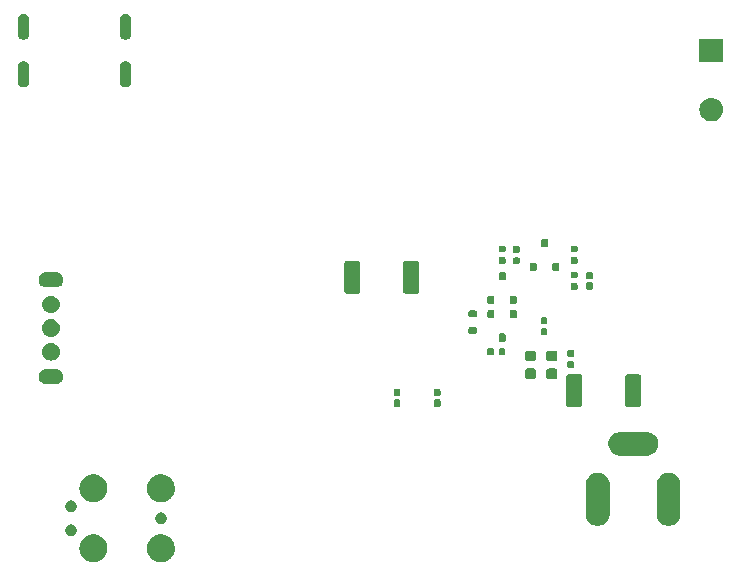
<source format=gbr>
%TF.GenerationSoftware,KiCad,Pcbnew,8.0.6+1*%
%TF.CreationDate,2024-11-21T12:35:33-05:00*%
%TF.ProjectId,powerSupplyBoard,706f7765-7253-4757-9070-6c79426f6172,01*%
%TF.SameCoordinates,Original*%
%TF.FileFunction,Soldermask,Bot*%
%TF.FilePolarity,Negative*%
%FSLAX46Y46*%
G04 Gerber Fmt 4.6, Leading zero omitted, Abs format (unit mm)*
G04 Created by KiCad (PCBNEW 8.0.6+1) date 2024-11-21 12:35:33*
%MOMM*%
%LPD*%
G01*
G04 APERTURE LIST*
G04 APERTURE END LIST*
G36*
X117650676Y-128457615D02*
G01*
X117704564Y-128457615D01*
X117751971Y-128466477D01*
X117801166Y-128470781D01*
X117861550Y-128486961D01*
X117919961Y-128497880D01*
X117959578Y-128513227D01*
X118001064Y-128524344D01*
X118063866Y-128553629D01*
X118124292Y-128577038D01*
X118155481Y-128596349D01*
X118188630Y-128611807D01*
X118251166Y-128655595D01*
X118310598Y-128692394D01*
X118333377Y-128713160D01*
X118358154Y-128730509D01*
X118417421Y-128789776D01*
X118472536Y-128840020D01*
X118487559Y-128859914D01*
X118504490Y-128876845D01*
X118557301Y-128952267D01*
X118604590Y-129014888D01*
X118613062Y-129031902D01*
X118623191Y-129046368D01*
X118666319Y-129138856D01*
X118702264Y-129211044D01*
X118705838Y-129223606D01*
X118710656Y-129233938D01*
X118741021Y-129347264D01*
X118762231Y-129421807D01*
X118762884Y-129428854D01*
X118764218Y-129433833D01*
X118778960Y-129602343D01*
X118782450Y-129640000D01*
X118778960Y-129677659D01*
X118764218Y-129846166D01*
X118762884Y-129851143D01*
X118762231Y-129858193D01*
X118741015Y-129932757D01*
X118710655Y-130046064D01*
X118705838Y-130056393D01*
X118702264Y-130068956D01*
X118666319Y-130141143D01*
X118623192Y-130233630D01*
X118613063Y-130248095D01*
X118604590Y-130265112D01*
X118557293Y-130327742D01*
X118504490Y-130403154D01*
X118487563Y-130420080D01*
X118472536Y-130439980D01*
X118417410Y-130490233D01*
X118358154Y-130549490D01*
X118333382Y-130566835D01*
X118310598Y-130587606D01*
X118251153Y-130624412D01*
X118188630Y-130668192D01*
X118155487Y-130683646D01*
X118124292Y-130702962D01*
X118063853Y-130726375D01*
X118001064Y-130755655D01*
X117959587Y-130766768D01*
X117919961Y-130782120D01*
X117861537Y-130793041D01*
X117801166Y-130809218D01*
X117751981Y-130813521D01*
X117704564Y-130822385D01*
X117650665Y-130822385D01*
X117595000Y-130827255D01*
X117539335Y-130822385D01*
X117485436Y-130822385D01*
X117438018Y-130813521D01*
X117388833Y-130809218D01*
X117328458Y-130793040D01*
X117270039Y-130782120D01*
X117230415Y-130766769D01*
X117188935Y-130755655D01*
X117126140Y-130726373D01*
X117065708Y-130702962D01*
X117034515Y-130683648D01*
X117001369Y-130668192D01*
X116938837Y-130624407D01*
X116879402Y-130587606D01*
X116856620Y-130566838D01*
X116831845Y-130549490D01*
X116772578Y-130490223D01*
X116717464Y-130439980D01*
X116702440Y-130420085D01*
X116685509Y-130403154D01*
X116632692Y-130327724D01*
X116585410Y-130265112D01*
X116576939Y-130248100D01*
X116566807Y-130233630D01*
X116523665Y-130141111D01*
X116487736Y-130068956D01*
X116484163Y-130056398D01*
X116479344Y-130046064D01*
X116448967Y-129932696D01*
X116427769Y-129858193D01*
X116427116Y-129851149D01*
X116425781Y-129846166D01*
X116411021Y-129677466D01*
X116407550Y-129640000D01*
X116411021Y-129602536D01*
X116425781Y-129433833D01*
X116427116Y-129428849D01*
X116427769Y-129421807D01*
X116448960Y-129347324D01*
X116479343Y-129233938D01*
X116484163Y-129223600D01*
X116487736Y-129211044D01*
X116523665Y-129138888D01*
X116566808Y-129046368D01*
X116576940Y-129031897D01*
X116585410Y-129014888D01*
X116632684Y-128952286D01*
X116685509Y-128876845D01*
X116702443Y-128859910D01*
X116717464Y-128840020D01*
X116772567Y-128789786D01*
X116831845Y-128730509D01*
X116856625Y-128713157D01*
X116879402Y-128692394D01*
X116938827Y-128655599D01*
X117001368Y-128611808D01*
X117034518Y-128596349D01*
X117065708Y-128577038D01*
X117126133Y-128553629D01*
X117188938Y-128524343D01*
X117230424Y-128513226D01*
X117270039Y-128497880D01*
X117328445Y-128486961D01*
X117388833Y-128470781D01*
X117438029Y-128466476D01*
X117485436Y-128457615D01*
X117539323Y-128457615D01*
X117595000Y-128452744D01*
X117650676Y-128457615D01*
G37*
G36*
X123365676Y-128457615D02*
G01*
X123419564Y-128457615D01*
X123466971Y-128466477D01*
X123516166Y-128470781D01*
X123576550Y-128486961D01*
X123634961Y-128497880D01*
X123674578Y-128513227D01*
X123716064Y-128524344D01*
X123778866Y-128553629D01*
X123839292Y-128577038D01*
X123870481Y-128596349D01*
X123903630Y-128611807D01*
X123966166Y-128655595D01*
X124025598Y-128692394D01*
X124048377Y-128713160D01*
X124073154Y-128730509D01*
X124132421Y-128789776D01*
X124187536Y-128840020D01*
X124202559Y-128859914D01*
X124219490Y-128876845D01*
X124272301Y-128952267D01*
X124319590Y-129014888D01*
X124328062Y-129031902D01*
X124338191Y-129046368D01*
X124381319Y-129138856D01*
X124417264Y-129211044D01*
X124420838Y-129223606D01*
X124425656Y-129233938D01*
X124456021Y-129347264D01*
X124477231Y-129421807D01*
X124477884Y-129428854D01*
X124479218Y-129433833D01*
X124493960Y-129602343D01*
X124497450Y-129640000D01*
X124493960Y-129677659D01*
X124479218Y-129846166D01*
X124477884Y-129851143D01*
X124477231Y-129858193D01*
X124456015Y-129932757D01*
X124425655Y-130046064D01*
X124420838Y-130056393D01*
X124417264Y-130068956D01*
X124381319Y-130141143D01*
X124338192Y-130233630D01*
X124328063Y-130248095D01*
X124319590Y-130265112D01*
X124272293Y-130327742D01*
X124219490Y-130403154D01*
X124202563Y-130420080D01*
X124187536Y-130439980D01*
X124132410Y-130490233D01*
X124073154Y-130549490D01*
X124048382Y-130566835D01*
X124025598Y-130587606D01*
X123966153Y-130624412D01*
X123903630Y-130668192D01*
X123870487Y-130683646D01*
X123839292Y-130702962D01*
X123778853Y-130726375D01*
X123716064Y-130755655D01*
X123674587Y-130766768D01*
X123634961Y-130782120D01*
X123576537Y-130793041D01*
X123516166Y-130809218D01*
X123466981Y-130813521D01*
X123419564Y-130822385D01*
X123365665Y-130822385D01*
X123310000Y-130827255D01*
X123254335Y-130822385D01*
X123200436Y-130822385D01*
X123153018Y-130813521D01*
X123103833Y-130809218D01*
X123043458Y-130793040D01*
X122985039Y-130782120D01*
X122945415Y-130766769D01*
X122903935Y-130755655D01*
X122841140Y-130726373D01*
X122780708Y-130702962D01*
X122749515Y-130683648D01*
X122716369Y-130668192D01*
X122653837Y-130624407D01*
X122594402Y-130587606D01*
X122571620Y-130566838D01*
X122546845Y-130549490D01*
X122487578Y-130490223D01*
X122432464Y-130439980D01*
X122417440Y-130420085D01*
X122400509Y-130403154D01*
X122347692Y-130327724D01*
X122300410Y-130265112D01*
X122291939Y-130248100D01*
X122281807Y-130233630D01*
X122238665Y-130141111D01*
X122202736Y-130068956D01*
X122199163Y-130056398D01*
X122194344Y-130046064D01*
X122163967Y-129932696D01*
X122142769Y-129858193D01*
X122142116Y-129851149D01*
X122140781Y-129846166D01*
X122126021Y-129677466D01*
X122122550Y-129640000D01*
X122126021Y-129602536D01*
X122140781Y-129433833D01*
X122142116Y-129428849D01*
X122142769Y-129421807D01*
X122163960Y-129347324D01*
X122194343Y-129233938D01*
X122199163Y-129223600D01*
X122202736Y-129211044D01*
X122238665Y-129138888D01*
X122281808Y-129046368D01*
X122291940Y-129031897D01*
X122300410Y-129014888D01*
X122347684Y-128952286D01*
X122400509Y-128876845D01*
X122417443Y-128859910D01*
X122432464Y-128840020D01*
X122487567Y-128789786D01*
X122546845Y-128730509D01*
X122571625Y-128713157D01*
X122594402Y-128692394D01*
X122653827Y-128655599D01*
X122716368Y-128611808D01*
X122749518Y-128596349D01*
X122780708Y-128577038D01*
X122841133Y-128553629D01*
X122903938Y-128524343D01*
X122945424Y-128513226D01*
X122985039Y-128497880D01*
X123043445Y-128486961D01*
X123103833Y-128470781D01*
X123153029Y-128466476D01*
X123200436Y-128457615D01*
X123254323Y-128457615D01*
X123310000Y-128452744D01*
X123365676Y-128457615D01*
G37*
G36*
X115724969Y-127625741D02*
G01*
X115760489Y-127625741D01*
X115789362Y-127634219D01*
X115818079Y-127638000D01*
X115856653Y-127653977D01*
X115895755Y-127665459D01*
X115916392Y-127678721D01*
X115937431Y-127687436D01*
X115975978Y-127717015D01*
X116014353Y-127741677D01*
X116026726Y-127755956D01*
X116039919Y-127766080D01*
X116074131Y-127810665D01*
X116106673Y-127848221D01*
X116112147Y-127860208D01*
X116118563Y-127868569D01*
X116143889Y-127929713D01*
X116165237Y-127976458D01*
X116166292Y-127983800D01*
X116167999Y-127987920D01*
X116180103Y-128079854D01*
X116185300Y-128116000D01*
X116180102Y-128152148D01*
X116167999Y-128244079D01*
X116166292Y-128248197D01*
X116165237Y-128255542D01*
X116143887Y-128302291D01*
X116118563Y-128363431D01*
X116112147Y-128371791D01*
X116106673Y-128383779D01*
X116074127Y-128421339D01*
X116039919Y-128465919D01*
X116026728Y-128476040D01*
X116014353Y-128490323D01*
X115975970Y-128514990D01*
X115937431Y-128544563D01*
X115916396Y-128553275D01*
X115895755Y-128566541D01*
X115856645Y-128578024D01*
X115818079Y-128593999D01*
X115789369Y-128597778D01*
X115760489Y-128606259D01*
X115724961Y-128606259D01*
X115690000Y-128610862D01*
X115655039Y-128606259D01*
X115619511Y-128606259D01*
X115590631Y-128597779D01*
X115561920Y-128593999D01*
X115523351Y-128578023D01*
X115484245Y-128566541D01*
X115463605Y-128553276D01*
X115442568Y-128544563D01*
X115404023Y-128514986D01*
X115365647Y-128490323D01*
X115353273Y-128476042D01*
X115340080Y-128465919D01*
X115305863Y-128421328D01*
X115273327Y-128383779D01*
X115267854Y-128371794D01*
X115261436Y-128363431D01*
X115236101Y-128302267D01*
X115214763Y-128255542D01*
X115213707Y-128248201D01*
X115212000Y-128244079D01*
X115199885Y-128152066D01*
X115194700Y-128116000D01*
X115199885Y-128079936D01*
X115212000Y-127987920D01*
X115213707Y-127983796D01*
X115214763Y-127976458D01*
X115236099Y-127929737D01*
X115261436Y-127868569D01*
X115267854Y-127860204D01*
X115273327Y-127848221D01*
X115305860Y-127810675D01*
X115340080Y-127766080D01*
X115353275Y-127755954D01*
X115365647Y-127741677D01*
X115404019Y-127717016D01*
X115442569Y-127687436D01*
X115463608Y-127678721D01*
X115484245Y-127665459D01*
X115523344Y-127653978D01*
X115561920Y-127638000D01*
X115590637Y-127634219D01*
X115619511Y-127625741D01*
X115655031Y-127625741D01*
X115690000Y-127621137D01*
X115724969Y-127625741D01*
G37*
G36*
X160590285Y-123293060D02*
G01*
X160771397Y-123368079D01*
X160934393Y-123476990D01*
X161073010Y-123615607D01*
X161181921Y-123778603D01*
X161256940Y-123959715D01*
X161295185Y-124151983D01*
X161300000Y-124250000D01*
X161300000Y-126750000D01*
X161295185Y-126848017D01*
X161256940Y-127040285D01*
X161181921Y-127221397D01*
X161073010Y-127384393D01*
X160934393Y-127523010D01*
X160771397Y-127631921D01*
X160590285Y-127706940D01*
X160398017Y-127745185D01*
X160201983Y-127745185D01*
X160009715Y-127706940D01*
X159828603Y-127631921D01*
X159665607Y-127523010D01*
X159526990Y-127384393D01*
X159418079Y-127221397D01*
X159343060Y-127040285D01*
X159304815Y-126848017D01*
X159300000Y-126750000D01*
X159300000Y-124250000D01*
X159304815Y-124151983D01*
X159343060Y-123959715D01*
X159418079Y-123778603D01*
X159526990Y-123615607D01*
X159665607Y-123476990D01*
X159828603Y-123368079D01*
X160009715Y-123293060D01*
X160201983Y-123254815D01*
X160398017Y-123254815D01*
X160590285Y-123293060D01*
G37*
G36*
X166590285Y-123293060D02*
G01*
X166771397Y-123368079D01*
X166934393Y-123476990D01*
X167073010Y-123615607D01*
X167181921Y-123778603D01*
X167256940Y-123959715D01*
X167295185Y-124151983D01*
X167300000Y-124250000D01*
X167300000Y-126750000D01*
X167295185Y-126848017D01*
X167256940Y-127040285D01*
X167181921Y-127221397D01*
X167073010Y-127384393D01*
X166934393Y-127523010D01*
X166771397Y-127631921D01*
X166590285Y-127706940D01*
X166398017Y-127745185D01*
X166201983Y-127745185D01*
X166009715Y-127706940D01*
X165828603Y-127631921D01*
X165665607Y-127523010D01*
X165526990Y-127384393D01*
X165418079Y-127221397D01*
X165343060Y-127040285D01*
X165304815Y-126848017D01*
X165300000Y-126750000D01*
X165300000Y-124250000D01*
X165304815Y-124151983D01*
X165343060Y-123959715D01*
X165418079Y-123778603D01*
X165526990Y-123615607D01*
X165665607Y-123476990D01*
X165828603Y-123368079D01*
X166009715Y-123293060D01*
X166201983Y-123254815D01*
X166398017Y-123254815D01*
X166590285Y-123293060D01*
G37*
G36*
X123344969Y-126609741D02*
G01*
X123380489Y-126609741D01*
X123409362Y-126618219D01*
X123438079Y-126622000D01*
X123476653Y-126637977D01*
X123515755Y-126649459D01*
X123536392Y-126662721D01*
X123557431Y-126671436D01*
X123595978Y-126701015D01*
X123634353Y-126725677D01*
X123646726Y-126739956D01*
X123659919Y-126750080D01*
X123694131Y-126794665D01*
X123726673Y-126832221D01*
X123732147Y-126844208D01*
X123738563Y-126852569D01*
X123763889Y-126913713D01*
X123785237Y-126960458D01*
X123786292Y-126967800D01*
X123787999Y-126971920D01*
X123800103Y-127063854D01*
X123805300Y-127100000D01*
X123800102Y-127136148D01*
X123787999Y-127228079D01*
X123786292Y-127232197D01*
X123785237Y-127239542D01*
X123763887Y-127286291D01*
X123738563Y-127347431D01*
X123732147Y-127355791D01*
X123726673Y-127367779D01*
X123694127Y-127405339D01*
X123659919Y-127449919D01*
X123646728Y-127460040D01*
X123634353Y-127474323D01*
X123595970Y-127498990D01*
X123557431Y-127528563D01*
X123536396Y-127537275D01*
X123515755Y-127550541D01*
X123476645Y-127562024D01*
X123438079Y-127577999D01*
X123409369Y-127581778D01*
X123380489Y-127590259D01*
X123344961Y-127590259D01*
X123310000Y-127594862D01*
X123275039Y-127590259D01*
X123239511Y-127590259D01*
X123210631Y-127581779D01*
X123181920Y-127577999D01*
X123143351Y-127562023D01*
X123104245Y-127550541D01*
X123083605Y-127537276D01*
X123062568Y-127528563D01*
X123024023Y-127498986D01*
X122985647Y-127474323D01*
X122973273Y-127460042D01*
X122960080Y-127449919D01*
X122925863Y-127405328D01*
X122893327Y-127367779D01*
X122887854Y-127355794D01*
X122881436Y-127347431D01*
X122856101Y-127286267D01*
X122834763Y-127239542D01*
X122833707Y-127232201D01*
X122832000Y-127228079D01*
X122819885Y-127136066D01*
X122814700Y-127100000D01*
X122819885Y-127063936D01*
X122832000Y-126971920D01*
X122833707Y-126967796D01*
X122834763Y-126960458D01*
X122856099Y-126913737D01*
X122881436Y-126852569D01*
X122887854Y-126844204D01*
X122893327Y-126832221D01*
X122925860Y-126794675D01*
X122960080Y-126750080D01*
X122973275Y-126739954D01*
X122985647Y-126725677D01*
X123024019Y-126701016D01*
X123062569Y-126671436D01*
X123083608Y-126662721D01*
X123104245Y-126649459D01*
X123143344Y-126637978D01*
X123181920Y-126622000D01*
X123210637Y-126618219D01*
X123239511Y-126609741D01*
X123275031Y-126609741D01*
X123310000Y-126605137D01*
X123344969Y-126609741D01*
G37*
G36*
X115724969Y-125593741D02*
G01*
X115760489Y-125593741D01*
X115789362Y-125602219D01*
X115818079Y-125606000D01*
X115856653Y-125621977D01*
X115895755Y-125633459D01*
X115916392Y-125646721D01*
X115937431Y-125655436D01*
X115975978Y-125685015D01*
X116014353Y-125709677D01*
X116026726Y-125723956D01*
X116039919Y-125734080D01*
X116074131Y-125778665D01*
X116106673Y-125816221D01*
X116112147Y-125828208D01*
X116118563Y-125836569D01*
X116143889Y-125897713D01*
X116165237Y-125944458D01*
X116166292Y-125951800D01*
X116167999Y-125955920D01*
X116180103Y-126047854D01*
X116185300Y-126084000D01*
X116180102Y-126120148D01*
X116167999Y-126212079D01*
X116166292Y-126216197D01*
X116165237Y-126223542D01*
X116143887Y-126270291D01*
X116118563Y-126331431D01*
X116112147Y-126339791D01*
X116106673Y-126351779D01*
X116074127Y-126389339D01*
X116039919Y-126433919D01*
X116026728Y-126444040D01*
X116014353Y-126458323D01*
X115975970Y-126482990D01*
X115937431Y-126512563D01*
X115916396Y-126521275D01*
X115895755Y-126534541D01*
X115856645Y-126546024D01*
X115818079Y-126561999D01*
X115789369Y-126565778D01*
X115760489Y-126574259D01*
X115724961Y-126574259D01*
X115690000Y-126578862D01*
X115655039Y-126574259D01*
X115619511Y-126574259D01*
X115590631Y-126565779D01*
X115561920Y-126561999D01*
X115523351Y-126546023D01*
X115484245Y-126534541D01*
X115463605Y-126521276D01*
X115442568Y-126512563D01*
X115404023Y-126482986D01*
X115365647Y-126458323D01*
X115353273Y-126444042D01*
X115340080Y-126433919D01*
X115305863Y-126389328D01*
X115273327Y-126351779D01*
X115267854Y-126339794D01*
X115261436Y-126331431D01*
X115236101Y-126270267D01*
X115214763Y-126223542D01*
X115213707Y-126216201D01*
X115212000Y-126212079D01*
X115199885Y-126120066D01*
X115194700Y-126084000D01*
X115199885Y-126047936D01*
X115212000Y-125955920D01*
X115213707Y-125951796D01*
X115214763Y-125944458D01*
X115236099Y-125897737D01*
X115261436Y-125836569D01*
X115267854Y-125828204D01*
X115273327Y-125816221D01*
X115305860Y-125778675D01*
X115340080Y-125734080D01*
X115353275Y-125723954D01*
X115365647Y-125709677D01*
X115404019Y-125685016D01*
X115442569Y-125655436D01*
X115463608Y-125646721D01*
X115484245Y-125633459D01*
X115523344Y-125621978D01*
X115561920Y-125606000D01*
X115590637Y-125602219D01*
X115619511Y-125593741D01*
X115655031Y-125593741D01*
X115690000Y-125589137D01*
X115724969Y-125593741D01*
G37*
G36*
X117650676Y-123377615D02*
G01*
X117704564Y-123377615D01*
X117751971Y-123386477D01*
X117801166Y-123390781D01*
X117861550Y-123406961D01*
X117919961Y-123417880D01*
X117959578Y-123433227D01*
X118001064Y-123444344D01*
X118063866Y-123473629D01*
X118124292Y-123497038D01*
X118155481Y-123516349D01*
X118188630Y-123531807D01*
X118251166Y-123575595D01*
X118310598Y-123612394D01*
X118333377Y-123633160D01*
X118358154Y-123650509D01*
X118417421Y-123709776D01*
X118472536Y-123760020D01*
X118487559Y-123779914D01*
X118504490Y-123796845D01*
X118557301Y-123872267D01*
X118604590Y-123934888D01*
X118613062Y-123951902D01*
X118623191Y-123966368D01*
X118666319Y-124058856D01*
X118702264Y-124131044D01*
X118705838Y-124143606D01*
X118710656Y-124153938D01*
X118741021Y-124267264D01*
X118762231Y-124341807D01*
X118762884Y-124348854D01*
X118764218Y-124353833D01*
X118778960Y-124522343D01*
X118782450Y-124560000D01*
X118778960Y-124597659D01*
X118764218Y-124766166D01*
X118762884Y-124771143D01*
X118762231Y-124778193D01*
X118741015Y-124852757D01*
X118710655Y-124966064D01*
X118705838Y-124976393D01*
X118702264Y-124988956D01*
X118666319Y-125061143D01*
X118623192Y-125153630D01*
X118613063Y-125168095D01*
X118604590Y-125185112D01*
X118557293Y-125247742D01*
X118504490Y-125323154D01*
X118487563Y-125340080D01*
X118472536Y-125359980D01*
X118417410Y-125410233D01*
X118358154Y-125469490D01*
X118333382Y-125486835D01*
X118310598Y-125507606D01*
X118251153Y-125544412D01*
X118188630Y-125588192D01*
X118155487Y-125603646D01*
X118124292Y-125622962D01*
X118063853Y-125646375D01*
X118001064Y-125675655D01*
X117959587Y-125686768D01*
X117919961Y-125702120D01*
X117861537Y-125713041D01*
X117801166Y-125729218D01*
X117751981Y-125733521D01*
X117704564Y-125742385D01*
X117650665Y-125742385D01*
X117595000Y-125747255D01*
X117539335Y-125742385D01*
X117485436Y-125742385D01*
X117438018Y-125733521D01*
X117388833Y-125729218D01*
X117328458Y-125713040D01*
X117270039Y-125702120D01*
X117230415Y-125686769D01*
X117188935Y-125675655D01*
X117126140Y-125646373D01*
X117065708Y-125622962D01*
X117034515Y-125603648D01*
X117001369Y-125588192D01*
X116938837Y-125544407D01*
X116879402Y-125507606D01*
X116856620Y-125486838D01*
X116831845Y-125469490D01*
X116772578Y-125410223D01*
X116717464Y-125359980D01*
X116702440Y-125340085D01*
X116685509Y-125323154D01*
X116632692Y-125247724D01*
X116585410Y-125185112D01*
X116576939Y-125168100D01*
X116566807Y-125153630D01*
X116523665Y-125061111D01*
X116487736Y-124988956D01*
X116484163Y-124976398D01*
X116479344Y-124966064D01*
X116448967Y-124852696D01*
X116427769Y-124778193D01*
X116427116Y-124771149D01*
X116425781Y-124766166D01*
X116411021Y-124597466D01*
X116407550Y-124560000D01*
X116411021Y-124522536D01*
X116425781Y-124353833D01*
X116427116Y-124348849D01*
X116427769Y-124341807D01*
X116448960Y-124267324D01*
X116479343Y-124153938D01*
X116484163Y-124143600D01*
X116487736Y-124131044D01*
X116523665Y-124058888D01*
X116566808Y-123966368D01*
X116576940Y-123951897D01*
X116585410Y-123934888D01*
X116632684Y-123872286D01*
X116685509Y-123796845D01*
X116702443Y-123779910D01*
X116717464Y-123760020D01*
X116772567Y-123709786D01*
X116831845Y-123650509D01*
X116856625Y-123633157D01*
X116879402Y-123612394D01*
X116938827Y-123575599D01*
X117001368Y-123531808D01*
X117034518Y-123516349D01*
X117065708Y-123497038D01*
X117126133Y-123473629D01*
X117188938Y-123444343D01*
X117230424Y-123433226D01*
X117270039Y-123417880D01*
X117328445Y-123406961D01*
X117388833Y-123390781D01*
X117438029Y-123386476D01*
X117485436Y-123377615D01*
X117539323Y-123377615D01*
X117595000Y-123372744D01*
X117650676Y-123377615D01*
G37*
G36*
X123365676Y-123377615D02*
G01*
X123419564Y-123377615D01*
X123466971Y-123386477D01*
X123516166Y-123390781D01*
X123576550Y-123406961D01*
X123634961Y-123417880D01*
X123674578Y-123433227D01*
X123716064Y-123444344D01*
X123778866Y-123473629D01*
X123839292Y-123497038D01*
X123870481Y-123516349D01*
X123903630Y-123531807D01*
X123966166Y-123575595D01*
X124025598Y-123612394D01*
X124048377Y-123633160D01*
X124073154Y-123650509D01*
X124132421Y-123709776D01*
X124187536Y-123760020D01*
X124202559Y-123779914D01*
X124219490Y-123796845D01*
X124272301Y-123872267D01*
X124319590Y-123934888D01*
X124328062Y-123951902D01*
X124338191Y-123966368D01*
X124381319Y-124058856D01*
X124417264Y-124131044D01*
X124420838Y-124143606D01*
X124425656Y-124153938D01*
X124456021Y-124267264D01*
X124477231Y-124341807D01*
X124477884Y-124348854D01*
X124479218Y-124353833D01*
X124493960Y-124522343D01*
X124497450Y-124560000D01*
X124493960Y-124597659D01*
X124479218Y-124766166D01*
X124477884Y-124771143D01*
X124477231Y-124778193D01*
X124456015Y-124852757D01*
X124425655Y-124966064D01*
X124420838Y-124976393D01*
X124417264Y-124988956D01*
X124381319Y-125061143D01*
X124338192Y-125153630D01*
X124328063Y-125168095D01*
X124319590Y-125185112D01*
X124272293Y-125247742D01*
X124219490Y-125323154D01*
X124202563Y-125340080D01*
X124187536Y-125359980D01*
X124132410Y-125410233D01*
X124073154Y-125469490D01*
X124048382Y-125486835D01*
X124025598Y-125507606D01*
X123966153Y-125544412D01*
X123903630Y-125588192D01*
X123870487Y-125603646D01*
X123839292Y-125622962D01*
X123778853Y-125646375D01*
X123716064Y-125675655D01*
X123674587Y-125686768D01*
X123634961Y-125702120D01*
X123576537Y-125713041D01*
X123516166Y-125729218D01*
X123466981Y-125733521D01*
X123419564Y-125742385D01*
X123365665Y-125742385D01*
X123310000Y-125747255D01*
X123254335Y-125742385D01*
X123200436Y-125742385D01*
X123153018Y-125733521D01*
X123103833Y-125729218D01*
X123043458Y-125713040D01*
X122985039Y-125702120D01*
X122945415Y-125686769D01*
X122903935Y-125675655D01*
X122841140Y-125646373D01*
X122780708Y-125622962D01*
X122749515Y-125603648D01*
X122716369Y-125588192D01*
X122653837Y-125544407D01*
X122594402Y-125507606D01*
X122571620Y-125486838D01*
X122546845Y-125469490D01*
X122487578Y-125410223D01*
X122432464Y-125359980D01*
X122417440Y-125340085D01*
X122400509Y-125323154D01*
X122347692Y-125247724D01*
X122300410Y-125185112D01*
X122291939Y-125168100D01*
X122281807Y-125153630D01*
X122238665Y-125061111D01*
X122202736Y-124988956D01*
X122199163Y-124976398D01*
X122194344Y-124966064D01*
X122163967Y-124852696D01*
X122142769Y-124778193D01*
X122142116Y-124771149D01*
X122140781Y-124766166D01*
X122126021Y-124597466D01*
X122122550Y-124560000D01*
X122126021Y-124522536D01*
X122140781Y-124353833D01*
X122142116Y-124348849D01*
X122142769Y-124341807D01*
X122163960Y-124267324D01*
X122194343Y-124153938D01*
X122199163Y-124143600D01*
X122202736Y-124131044D01*
X122238665Y-124058888D01*
X122281808Y-123966368D01*
X122291940Y-123951897D01*
X122300410Y-123934888D01*
X122347684Y-123872286D01*
X122400509Y-123796845D01*
X122417443Y-123779910D01*
X122432464Y-123760020D01*
X122487567Y-123709786D01*
X122546845Y-123650509D01*
X122571625Y-123633157D01*
X122594402Y-123612394D01*
X122653827Y-123575599D01*
X122716368Y-123531808D01*
X122749518Y-123516349D01*
X122780708Y-123497038D01*
X122841133Y-123473629D01*
X122903938Y-123444343D01*
X122945424Y-123433226D01*
X122985039Y-123417880D01*
X123043445Y-123406961D01*
X123103833Y-123390781D01*
X123153029Y-123386476D01*
X123200436Y-123377615D01*
X123254323Y-123377615D01*
X123310000Y-123372744D01*
X123365676Y-123377615D01*
G37*
G36*
X164523017Y-119804815D02*
G01*
X164715285Y-119843060D01*
X164896397Y-119918079D01*
X165059393Y-120026990D01*
X165198010Y-120165607D01*
X165306921Y-120328603D01*
X165381940Y-120509715D01*
X165420185Y-120701983D01*
X165420185Y-120898017D01*
X165381940Y-121090285D01*
X165306921Y-121271397D01*
X165198010Y-121434393D01*
X165059393Y-121573010D01*
X164896397Y-121681921D01*
X164715285Y-121756940D01*
X164523017Y-121795185D01*
X164425000Y-121800000D01*
X164423749Y-121800000D01*
X162176251Y-121800000D01*
X162175000Y-121800000D01*
X162076983Y-121795185D01*
X161884715Y-121756940D01*
X161703603Y-121681921D01*
X161540607Y-121573010D01*
X161401990Y-121434393D01*
X161293079Y-121271397D01*
X161218060Y-121090285D01*
X161179815Y-120898017D01*
X161179815Y-120701983D01*
X161218060Y-120509715D01*
X161293079Y-120328603D01*
X161401990Y-120165607D01*
X161540607Y-120026990D01*
X161703603Y-119918079D01*
X161884715Y-119843060D01*
X162076983Y-119804815D01*
X162175000Y-119800000D01*
X164425000Y-119800000D01*
X164523017Y-119804815D01*
G37*
G36*
X158745616Y-114897818D02*
G01*
X158796879Y-114903766D01*
X158814392Y-114911499D01*
X158837171Y-114916030D01*
X158861557Y-114932324D01*
X158882288Y-114941478D01*
X158896446Y-114955636D01*
X158918277Y-114970223D01*
X158932863Y-114992053D01*
X158947021Y-115006211D01*
X158956173Y-115026939D01*
X158972470Y-115051329D01*
X158977001Y-115074109D01*
X158984733Y-115091620D01*
X158990678Y-115142872D01*
X158991500Y-115147000D01*
X158991500Y-117453000D01*
X158990678Y-117457128D01*
X158984733Y-117508379D01*
X158977001Y-117525888D01*
X158972470Y-117548671D01*
X158956172Y-117573062D01*
X158947021Y-117593788D01*
X158932865Y-117607943D01*
X158918277Y-117629777D01*
X158896443Y-117644365D01*
X158882288Y-117658521D01*
X158861562Y-117667672D01*
X158837171Y-117683970D01*
X158814388Y-117688501D01*
X158796879Y-117696233D01*
X158745629Y-117702178D01*
X158741500Y-117703000D01*
X157876500Y-117703000D01*
X157872373Y-117702179D01*
X157821120Y-117696233D01*
X157803609Y-117688501D01*
X157780829Y-117683970D01*
X157756439Y-117667673D01*
X157735711Y-117658521D01*
X157721553Y-117644363D01*
X157699723Y-117629777D01*
X157685136Y-117607946D01*
X157670978Y-117593788D01*
X157661824Y-117573057D01*
X157645530Y-117548671D01*
X157640999Y-117525892D01*
X157633266Y-117508379D01*
X157627318Y-117457117D01*
X157626500Y-117453000D01*
X157626500Y-115147000D01*
X157627318Y-115142885D01*
X157633266Y-115091620D01*
X157640999Y-115074105D01*
X157645530Y-115051329D01*
X157661823Y-115026944D01*
X157670978Y-115006211D01*
X157685138Y-114992050D01*
X157699723Y-114970223D01*
X157721550Y-114955638D01*
X157735711Y-114941478D01*
X157756444Y-114932323D01*
X157780829Y-114916030D01*
X157803605Y-114911499D01*
X157821120Y-114903766D01*
X157872384Y-114897818D01*
X157876500Y-114897000D01*
X158741500Y-114897000D01*
X158745616Y-114897818D01*
G37*
G36*
X163727616Y-114897818D02*
G01*
X163778879Y-114903766D01*
X163796392Y-114911499D01*
X163819171Y-114916030D01*
X163843557Y-114932324D01*
X163864288Y-114941478D01*
X163878446Y-114955636D01*
X163900277Y-114970223D01*
X163914863Y-114992053D01*
X163929021Y-115006211D01*
X163938173Y-115026939D01*
X163954470Y-115051329D01*
X163959001Y-115074109D01*
X163966733Y-115091620D01*
X163972678Y-115142872D01*
X163973500Y-115147000D01*
X163973500Y-117453000D01*
X163972678Y-117457128D01*
X163966733Y-117508379D01*
X163959001Y-117525888D01*
X163954470Y-117548671D01*
X163938172Y-117573062D01*
X163929021Y-117593788D01*
X163914865Y-117607943D01*
X163900277Y-117629777D01*
X163878443Y-117644365D01*
X163864288Y-117658521D01*
X163843562Y-117667672D01*
X163819171Y-117683970D01*
X163796388Y-117688501D01*
X163778879Y-117696233D01*
X163727629Y-117702178D01*
X163723500Y-117703000D01*
X162858500Y-117703000D01*
X162854373Y-117702179D01*
X162803120Y-117696233D01*
X162785609Y-117688501D01*
X162762829Y-117683970D01*
X162738439Y-117667673D01*
X162717711Y-117658521D01*
X162703553Y-117644363D01*
X162681723Y-117629777D01*
X162667136Y-117607946D01*
X162652978Y-117593788D01*
X162643824Y-117573057D01*
X162627530Y-117548671D01*
X162622999Y-117525892D01*
X162615266Y-117508379D01*
X162609318Y-117457117D01*
X162608500Y-117453000D01*
X162608500Y-115147000D01*
X162609318Y-115142885D01*
X162615266Y-115091620D01*
X162622999Y-115074105D01*
X162627530Y-115051329D01*
X162643823Y-115026944D01*
X162652978Y-115006211D01*
X162667138Y-114992050D01*
X162681723Y-114970223D01*
X162703550Y-114955638D01*
X162717711Y-114941478D01*
X162738444Y-114932323D01*
X162762829Y-114916030D01*
X162785605Y-114911499D01*
X162803120Y-114903766D01*
X162854384Y-114897818D01*
X162858500Y-114897000D01*
X163723500Y-114897000D01*
X163727616Y-114897818D01*
G37*
G36*
X143500489Y-117035537D02*
G01*
X143547530Y-117066970D01*
X143578963Y-117114011D01*
X143590000Y-117169500D01*
X143590000Y-117504500D01*
X143578963Y-117559989D01*
X143547530Y-117607030D01*
X143500489Y-117638463D01*
X143445000Y-117649500D01*
X143155000Y-117649500D01*
X143099511Y-117638463D01*
X143052470Y-117607030D01*
X143021037Y-117559989D01*
X143010000Y-117504500D01*
X143010000Y-117169500D01*
X143021037Y-117114011D01*
X143052470Y-117066970D01*
X143099511Y-117035537D01*
X143155000Y-117024500D01*
X143445000Y-117024500D01*
X143500489Y-117035537D01*
G37*
G36*
X146900489Y-117035537D02*
G01*
X146947530Y-117066970D01*
X146978963Y-117114011D01*
X146990000Y-117169500D01*
X146990000Y-117504500D01*
X146978963Y-117559989D01*
X146947530Y-117607030D01*
X146900489Y-117638463D01*
X146845000Y-117649500D01*
X146555000Y-117649500D01*
X146499511Y-117638463D01*
X146452470Y-117607030D01*
X146421037Y-117559989D01*
X146410000Y-117504500D01*
X146410000Y-117169500D01*
X146421037Y-117114011D01*
X146452470Y-117066970D01*
X146499511Y-117035537D01*
X146555000Y-117024500D01*
X146845000Y-117024500D01*
X146900489Y-117035537D01*
G37*
G36*
X143500489Y-116161537D02*
G01*
X143547530Y-116192970D01*
X143578963Y-116240011D01*
X143590000Y-116295500D01*
X143590000Y-116630500D01*
X143578963Y-116685989D01*
X143547530Y-116733030D01*
X143500489Y-116764463D01*
X143445000Y-116775500D01*
X143155000Y-116775500D01*
X143099511Y-116764463D01*
X143052470Y-116733030D01*
X143021037Y-116685989D01*
X143010000Y-116630500D01*
X143010000Y-116295500D01*
X143021037Y-116240011D01*
X143052470Y-116192970D01*
X143099511Y-116161537D01*
X143155000Y-116150500D01*
X143445000Y-116150500D01*
X143500489Y-116161537D01*
G37*
G36*
X146900489Y-116161537D02*
G01*
X146947530Y-116192970D01*
X146978963Y-116240011D01*
X146990000Y-116295500D01*
X146990000Y-116630500D01*
X146978963Y-116685989D01*
X146947530Y-116733030D01*
X146900489Y-116764463D01*
X146845000Y-116775500D01*
X146555000Y-116775500D01*
X146499511Y-116764463D01*
X146452470Y-116733030D01*
X146421037Y-116685989D01*
X146410000Y-116630500D01*
X146410000Y-116295500D01*
X146421037Y-116240011D01*
X146452470Y-116192970D01*
X146499511Y-116161537D01*
X146555000Y-116150500D01*
X146845000Y-116150500D01*
X146900489Y-116161537D01*
G37*
G36*
X114463711Y-114453130D02*
G01*
X114588685Y-114477989D01*
X114706408Y-114526751D01*
X114812356Y-114597543D01*
X114902457Y-114687644D01*
X114973249Y-114793592D01*
X115022011Y-114911315D01*
X115046870Y-115036289D01*
X115046870Y-115163711D01*
X115022011Y-115288685D01*
X114973249Y-115406408D01*
X114902457Y-115512356D01*
X114812356Y-115602457D01*
X114706408Y-115673249D01*
X114588685Y-115722011D01*
X114463711Y-115746870D01*
X114400000Y-115750000D01*
X114398749Y-115750000D01*
X113601251Y-115750000D01*
X113600000Y-115750000D01*
X113536289Y-115746870D01*
X113411315Y-115722011D01*
X113293592Y-115673249D01*
X113187644Y-115602457D01*
X113097543Y-115512356D01*
X113026751Y-115406408D01*
X112977989Y-115288685D01*
X112953130Y-115163711D01*
X112953130Y-115036289D01*
X112977989Y-114911315D01*
X113026751Y-114793592D01*
X113097543Y-114687644D01*
X113187644Y-114597543D01*
X113293592Y-114526751D01*
X113411315Y-114477989D01*
X113536289Y-114453130D01*
X113600000Y-114450000D01*
X114400000Y-114450000D01*
X114463711Y-114453130D01*
G37*
G36*
X154950579Y-114431075D02*
G01*
X155021223Y-114478277D01*
X155068425Y-114548921D01*
X155085000Y-114632250D01*
X155085000Y-115067750D01*
X155068425Y-115151079D01*
X155021223Y-115221723D01*
X154950579Y-115268925D01*
X154867250Y-115285500D01*
X154332750Y-115285500D01*
X154249421Y-115268925D01*
X154178777Y-115221723D01*
X154131575Y-115151079D01*
X154115000Y-115067750D01*
X154115000Y-114632250D01*
X154131575Y-114548921D01*
X154178777Y-114478277D01*
X154249421Y-114431075D01*
X154332750Y-114414500D01*
X154867250Y-114414500D01*
X154950579Y-114431075D01*
G37*
G36*
X156750579Y-114431075D02*
G01*
X156821223Y-114478277D01*
X156868425Y-114548921D01*
X156885000Y-114632250D01*
X156885000Y-115067750D01*
X156868425Y-115151079D01*
X156821223Y-115221723D01*
X156750579Y-115268925D01*
X156667250Y-115285500D01*
X156132750Y-115285500D01*
X156049421Y-115268925D01*
X155978777Y-115221723D01*
X155931575Y-115151079D01*
X155915000Y-115067750D01*
X155915000Y-114632250D01*
X155931575Y-114548921D01*
X155978777Y-114478277D01*
X156049421Y-114431075D01*
X156132750Y-114414500D01*
X156667250Y-114414500D01*
X156750579Y-114431075D01*
G37*
G36*
X158205119Y-113825467D02*
G01*
X158249727Y-113855273D01*
X158279533Y-113899881D01*
X158290000Y-113952500D01*
X158290000Y-114227500D01*
X158279533Y-114280119D01*
X158249727Y-114324727D01*
X158205119Y-114354533D01*
X158152500Y-114365000D01*
X157847500Y-114365000D01*
X157794881Y-114354533D01*
X157750273Y-114324727D01*
X157720467Y-114280119D01*
X157710000Y-114227500D01*
X157710000Y-113952500D01*
X157720467Y-113899881D01*
X157750273Y-113855273D01*
X157794881Y-113825467D01*
X157847500Y-113815000D01*
X158152500Y-113815000D01*
X158205119Y-113825467D01*
G37*
G36*
X154950579Y-112931075D02*
G01*
X155021223Y-112978277D01*
X155068425Y-113048921D01*
X155085000Y-113132250D01*
X155085000Y-113567750D01*
X155068425Y-113651079D01*
X155021223Y-113721723D01*
X154950579Y-113768925D01*
X154867250Y-113785500D01*
X154332750Y-113785500D01*
X154249421Y-113768925D01*
X154178777Y-113721723D01*
X154131575Y-113651079D01*
X154115000Y-113567750D01*
X154115000Y-113132250D01*
X154131575Y-113048921D01*
X154178777Y-112978277D01*
X154249421Y-112931075D01*
X154332750Y-112914500D01*
X154867250Y-112914500D01*
X154950579Y-112931075D01*
G37*
G36*
X156750579Y-112931075D02*
G01*
X156821223Y-112978277D01*
X156868425Y-113048921D01*
X156885000Y-113132250D01*
X156885000Y-113567750D01*
X156868425Y-113651079D01*
X156821223Y-113721723D01*
X156750579Y-113768925D01*
X156667250Y-113785500D01*
X156132750Y-113785500D01*
X156049421Y-113768925D01*
X155978777Y-113721723D01*
X155931575Y-113651079D01*
X155915000Y-113567750D01*
X155915000Y-113132250D01*
X155931575Y-113048921D01*
X155978777Y-112978277D01*
X156049421Y-112931075D01*
X156132750Y-112914500D01*
X156667250Y-112914500D01*
X156750579Y-112931075D01*
G37*
G36*
X114166891Y-112268804D02*
G01*
X114325413Y-112324273D01*
X114467617Y-112413626D01*
X114586374Y-112532383D01*
X114675727Y-112674587D01*
X114731196Y-112833109D01*
X114750000Y-113000000D01*
X114731196Y-113166891D01*
X114675727Y-113325413D01*
X114586374Y-113467617D01*
X114467617Y-113586374D01*
X114325413Y-113675727D01*
X114166891Y-113731196D01*
X114000000Y-113750000D01*
X113833109Y-113731196D01*
X113674587Y-113675727D01*
X113532383Y-113586374D01*
X113413626Y-113467617D01*
X113324273Y-113325413D01*
X113268804Y-113166891D01*
X113250000Y-113000000D01*
X113268804Y-112833109D01*
X113324273Y-112674587D01*
X113413626Y-112532383D01*
X113532383Y-112413626D01*
X113674587Y-112324273D01*
X113833109Y-112268804D01*
X114000000Y-112250000D01*
X114166891Y-112268804D01*
G37*
G36*
X158200489Y-112846037D02*
G01*
X158247530Y-112877470D01*
X158278963Y-112924511D01*
X158290000Y-112980000D01*
X158290000Y-113290000D01*
X158278963Y-113345489D01*
X158247530Y-113392530D01*
X158200489Y-113423963D01*
X158145000Y-113435000D01*
X157855000Y-113435000D01*
X157799511Y-113423963D01*
X157752470Y-113392530D01*
X157721037Y-113345489D01*
X157710000Y-113290000D01*
X157710000Y-112980000D01*
X157721037Y-112924511D01*
X157752470Y-112877470D01*
X157799511Y-112846037D01*
X157855000Y-112835000D01*
X158145000Y-112835000D01*
X158200489Y-112846037D01*
G37*
G36*
X151445489Y-112721037D02*
G01*
X151492530Y-112752470D01*
X151523963Y-112799511D01*
X151535000Y-112855000D01*
X151535000Y-113145000D01*
X151523963Y-113200489D01*
X151492530Y-113247530D01*
X151445489Y-113278963D01*
X151390000Y-113290000D01*
X151080000Y-113290000D01*
X151024511Y-113278963D01*
X150977470Y-113247530D01*
X150946037Y-113200489D01*
X150935000Y-113145000D01*
X150935000Y-112855000D01*
X150946037Y-112799511D01*
X150977470Y-112752470D01*
X151024511Y-112721037D01*
X151080000Y-112710000D01*
X151390000Y-112710000D01*
X151445489Y-112721037D01*
G37*
G36*
X152380119Y-112720467D02*
G01*
X152424727Y-112750273D01*
X152454533Y-112794881D01*
X152465000Y-112847500D01*
X152465000Y-113152500D01*
X152454533Y-113205119D01*
X152424727Y-113249727D01*
X152380119Y-113279533D01*
X152327500Y-113290000D01*
X152052500Y-113290000D01*
X151999881Y-113279533D01*
X151955273Y-113249727D01*
X151925467Y-113205119D01*
X151915000Y-113152500D01*
X151915000Y-112847500D01*
X151925467Y-112794881D01*
X151955273Y-112750273D01*
X151999881Y-112720467D01*
X152052500Y-112710000D01*
X152327500Y-112710000D01*
X152380119Y-112720467D01*
G37*
G36*
X152407403Y-111461418D02*
G01*
X152456066Y-111493934D01*
X152488582Y-111542597D01*
X152500000Y-111600000D01*
X152500000Y-112000000D01*
X152488582Y-112057403D01*
X152456066Y-112106066D01*
X152407403Y-112138582D01*
X152350000Y-112150000D01*
X152050000Y-112150000D01*
X151992597Y-112138582D01*
X151943934Y-112106066D01*
X151911418Y-112057403D01*
X151900000Y-112000000D01*
X151900000Y-111600000D01*
X151911418Y-111542597D01*
X151943934Y-111493934D01*
X151992597Y-111461418D01*
X152050000Y-111450000D01*
X152350000Y-111450000D01*
X152407403Y-111461418D01*
G37*
G36*
X114166891Y-110268804D02*
G01*
X114325413Y-110324273D01*
X114467617Y-110413626D01*
X114586374Y-110532383D01*
X114675727Y-110674587D01*
X114731196Y-110833109D01*
X114750000Y-111000000D01*
X114731196Y-111166891D01*
X114675727Y-111325413D01*
X114586374Y-111467617D01*
X114467617Y-111586374D01*
X114325413Y-111675727D01*
X114166891Y-111731196D01*
X114000000Y-111750000D01*
X113833109Y-111731196D01*
X113674587Y-111675727D01*
X113532383Y-111586374D01*
X113413626Y-111467617D01*
X113324273Y-111325413D01*
X113268804Y-111166891D01*
X113250000Y-111000000D01*
X113268804Y-110833109D01*
X113324273Y-110674587D01*
X113413626Y-110532383D01*
X113532383Y-110413626D01*
X113674587Y-110324273D01*
X113833109Y-110268804D01*
X114000000Y-110250000D01*
X114166891Y-110268804D01*
G37*
G36*
X155950489Y-111026037D02*
G01*
X155997530Y-111057470D01*
X156028963Y-111104511D01*
X156040000Y-111160000D01*
X156040000Y-111470000D01*
X156028963Y-111525489D01*
X155997530Y-111572530D01*
X155950489Y-111603963D01*
X155895000Y-111615000D01*
X155605000Y-111615000D01*
X155549511Y-111603963D01*
X155502470Y-111572530D01*
X155471037Y-111525489D01*
X155460000Y-111470000D01*
X155460000Y-111160000D01*
X155471037Y-111104511D01*
X155502470Y-111057470D01*
X155549511Y-111026037D01*
X155605000Y-111015000D01*
X155895000Y-111015000D01*
X155950489Y-111026037D01*
G37*
G36*
X149957403Y-110911418D02*
G01*
X150006066Y-110943934D01*
X150038582Y-110992597D01*
X150050000Y-111050000D01*
X150050000Y-111350000D01*
X150038582Y-111407403D01*
X150006066Y-111456066D01*
X149957403Y-111488582D01*
X149900000Y-111500000D01*
X149500000Y-111500000D01*
X149442597Y-111488582D01*
X149393934Y-111456066D01*
X149361418Y-111407403D01*
X149350000Y-111350000D01*
X149350000Y-111050000D01*
X149361418Y-110992597D01*
X149393934Y-110943934D01*
X149442597Y-110911418D01*
X149500000Y-110900000D01*
X149900000Y-110900000D01*
X149957403Y-110911418D01*
G37*
G36*
X155955119Y-110095467D02*
G01*
X155999727Y-110125273D01*
X156029533Y-110169881D01*
X156040000Y-110222500D01*
X156040000Y-110497500D01*
X156029533Y-110550119D01*
X155999727Y-110594727D01*
X155955119Y-110624533D01*
X155902500Y-110635000D01*
X155597500Y-110635000D01*
X155544881Y-110624533D01*
X155500273Y-110594727D01*
X155470467Y-110550119D01*
X155460000Y-110497500D01*
X155460000Y-110222500D01*
X155470467Y-110169881D01*
X155500273Y-110125273D01*
X155544881Y-110095467D01*
X155597500Y-110085000D01*
X155902500Y-110085000D01*
X155955119Y-110095467D01*
G37*
G36*
X151457403Y-109461418D02*
G01*
X151506066Y-109493934D01*
X151538582Y-109542597D01*
X151550000Y-109600000D01*
X151550000Y-110000000D01*
X151538582Y-110057403D01*
X151506066Y-110106066D01*
X151457403Y-110138582D01*
X151400000Y-110150000D01*
X151100000Y-110150000D01*
X151042597Y-110138582D01*
X150993934Y-110106066D01*
X150961418Y-110057403D01*
X150950000Y-110000000D01*
X150950000Y-109600000D01*
X150961418Y-109542597D01*
X150993934Y-109493934D01*
X151042597Y-109461418D01*
X151100000Y-109450000D01*
X151400000Y-109450000D01*
X151457403Y-109461418D01*
G37*
G36*
X153357403Y-109461418D02*
G01*
X153406066Y-109493934D01*
X153438582Y-109542597D01*
X153450000Y-109600000D01*
X153450000Y-110000000D01*
X153438582Y-110057403D01*
X153406066Y-110106066D01*
X153357403Y-110138582D01*
X153300000Y-110150000D01*
X153000000Y-110150000D01*
X152942597Y-110138582D01*
X152893934Y-110106066D01*
X152861418Y-110057403D01*
X152850000Y-110000000D01*
X152850000Y-109600000D01*
X152861418Y-109542597D01*
X152893934Y-109493934D01*
X152942597Y-109461418D01*
X153000000Y-109450000D01*
X153300000Y-109450000D01*
X153357403Y-109461418D01*
G37*
G36*
X149957403Y-109511418D02*
G01*
X150006066Y-109543934D01*
X150038582Y-109592597D01*
X150050000Y-109650000D01*
X150050000Y-109950000D01*
X150038582Y-110007403D01*
X150006066Y-110056066D01*
X149957403Y-110088582D01*
X149900000Y-110100000D01*
X149500000Y-110100000D01*
X149442597Y-110088582D01*
X149393934Y-110056066D01*
X149361418Y-110007403D01*
X149350000Y-109950000D01*
X149350000Y-109650000D01*
X149361418Y-109592597D01*
X149393934Y-109543934D01*
X149442597Y-109511418D01*
X149500000Y-109500000D01*
X149900000Y-109500000D01*
X149957403Y-109511418D01*
G37*
G36*
X114166891Y-108268804D02*
G01*
X114325413Y-108324273D01*
X114467617Y-108413626D01*
X114586374Y-108532383D01*
X114675727Y-108674587D01*
X114731196Y-108833109D01*
X114750000Y-109000000D01*
X114731196Y-109166891D01*
X114675727Y-109325413D01*
X114586374Y-109467617D01*
X114467617Y-109586374D01*
X114325413Y-109675727D01*
X114166891Y-109731196D01*
X114000000Y-109750000D01*
X113833109Y-109731196D01*
X113674587Y-109675727D01*
X113532383Y-109586374D01*
X113413626Y-109467617D01*
X113324273Y-109325413D01*
X113268804Y-109166891D01*
X113250000Y-109000000D01*
X113268804Y-108833109D01*
X113324273Y-108674587D01*
X113413626Y-108532383D01*
X113532383Y-108413626D01*
X113674587Y-108324273D01*
X113833109Y-108268804D01*
X114000000Y-108250000D01*
X114166891Y-108268804D01*
G37*
G36*
X151457403Y-108261418D02*
G01*
X151506066Y-108293934D01*
X151538582Y-108342597D01*
X151550000Y-108400000D01*
X151550000Y-108800000D01*
X151538582Y-108857403D01*
X151506066Y-108906066D01*
X151457403Y-108938582D01*
X151400000Y-108950000D01*
X151100000Y-108950000D01*
X151042597Y-108938582D01*
X150993934Y-108906066D01*
X150961418Y-108857403D01*
X150950000Y-108800000D01*
X150950000Y-108400000D01*
X150961418Y-108342597D01*
X150993934Y-108293934D01*
X151042597Y-108261418D01*
X151100000Y-108250000D01*
X151400000Y-108250000D01*
X151457403Y-108261418D01*
G37*
G36*
X153357403Y-108261418D02*
G01*
X153406066Y-108293934D01*
X153438582Y-108342597D01*
X153450000Y-108400000D01*
X153450000Y-108800000D01*
X153438582Y-108857403D01*
X153406066Y-108906066D01*
X153357403Y-108938582D01*
X153300000Y-108950000D01*
X153000000Y-108950000D01*
X152942597Y-108938582D01*
X152893934Y-108906066D01*
X152861418Y-108857403D01*
X152850000Y-108800000D01*
X152850000Y-108400000D01*
X152861418Y-108342597D01*
X152893934Y-108293934D01*
X152942597Y-108261418D01*
X153000000Y-108250000D01*
X153300000Y-108250000D01*
X153357403Y-108261418D01*
G37*
G36*
X139945616Y-105297818D02*
G01*
X139996879Y-105303766D01*
X140014392Y-105311499D01*
X140037171Y-105316030D01*
X140061557Y-105332324D01*
X140082288Y-105341478D01*
X140096446Y-105355636D01*
X140118277Y-105370223D01*
X140132863Y-105392053D01*
X140147021Y-105406211D01*
X140156173Y-105426939D01*
X140172470Y-105451329D01*
X140177001Y-105474109D01*
X140184733Y-105491620D01*
X140190678Y-105542872D01*
X140191500Y-105547000D01*
X140191500Y-107853000D01*
X140190678Y-107857128D01*
X140184733Y-107908379D01*
X140177001Y-107925888D01*
X140172470Y-107948671D01*
X140156172Y-107973062D01*
X140147021Y-107993788D01*
X140132865Y-108007943D01*
X140118277Y-108029777D01*
X140096443Y-108044365D01*
X140082288Y-108058521D01*
X140061562Y-108067672D01*
X140037171Y-108083970D01*
X140014388Y-108088501D01*
X139996879Y-108096233D01*
X139945629Y-108102178D01*
X139941500Y-108103000D01*
X139076500Y-108103000D01*
X139072373Y-108102179D01*
X139021120Y-108096233D01*
X139003609Y-108088501D01*
X138980829Y-108083970D01*
X138956439Y-108067673D01*
X138935711Y-108058521D01*
X138921553Y-108044363D01*
X138899723Y-108029777D01*
X138885136Y-108007946D01*
X138870978Y-107993788D01*
X138861824Y-107973057D01*
X138845530Y-107948671D01*
X138840999Y-107925892D01*
X138833266Y-107908379D01*
X138827318Y-107857117D01*
X138826500Y-107853000D01*
X138826500Y-105547000D01*
X138827318Y-105542885D01*
X138833266Y-105491620D01*
X138840999Y-105474105D01*
X138845530Y-105451329D01*
X138861823Y-105426944D01*
X138870978Y-105406211D01*
X138885138Y-105392050D01*
X138899723Y-105370223D01*
X138921550Y-105355638D01*
X138935711Y-105341478D01*
X138956444Y-105332323D01*
X138980829Y-105316030D01*
X139003605Y-105311499D01*
X139021120Y-105303766D01*
X139072384Y-105297818D01*
X139076500Y-105297000D01*
X139941500Y-105297000D01*
X139945616Y-105297818D01*
G37*
G36*
X144927616Y-105297818D02*
G01*
X144978879Y-105303766D01*
X144996392Y-105311499D01*
X145019171Y-105316030D01*
X145043557Y-105332324D01*
X145064288Y-105341478D01*
X145078446Y-105355636D01*
X145100277Y-105370223D01*
X145114863Y-105392053D01*
X145129021Y-105406211D01*
X145138173Y-105426939D01*
X145154470Y-105451329D01*
X145159001Y-105474109D01*
X145166733Y-105491620D01*
X145172678Y-105542872D01*
X145173500Y-105547000D01*
X145173500Y-107853000D01*
X145172678Y-107857128D01*
X145166733Y-107908379D01*
X145159001Y-107925888D01*
X145154470Y-107948671D01*
X145138172Y-107973062D01*
X145129021Y-107993788D01*
X145114865Y-108007943D01*
X145100277Y-108029777D01*
X145078443Y-108044365D01*
X145064288Y-108058521D01*
X145043562Y-108067672D01*
X145019171Y-108083970D01*
X144996388Y-108088501D01*
X144978879Y-108096233D01*
X144927629Y-108102178D01*
X144923500Y-108103000D01*
X144058500Y-108103000D01*
X144054373Y-108102179D01*
X144003120Y-108096233D01*
X143985609Y-108088501D01*
X143962829Y-108083970D01*
X143938439Y-108067673D01*
X143917711Y-108058521D01*
X143903553Y-108044363D01*
X143881723Y-108029777D01*
X143867136Y-108007946D01*
X143852978Y-107993788D01*
X143843824Y-107973057D01*
X143827530Y-107948671D01*
X143822999Y-107925892D01*
X143815266Y-107908379D01*
X143809318Y-107857117D01*
X143808500Y-107853000D01*
X143808500Y-105547000D01*
X143809318Y-105542885D01*
X143815266Y-105491620D01*
X143822999Y-105474105D01*
X143827530Y-105451329D01*
X143843823Y-105426944D01*
X143852978Y-105406211D01*
X143867138Y-105392050D01*
X143881723Y-105370223D01*
X143903550Y-105355638D01*
X143917711Y-105341478D01*
X143938444Y-105332323D01*
X143962829Y-105316030D01*
X143985605Y-105311499D01*
X144003120Y-105303766D01*
X144054384Y-105297818D01*
X144058500Y-105297000D01*
X144923500Y-105297000D01*
X144927616Y-105297818D01*
G37*
G36*
X158500489Y-107176037D02*
G01*
X158547530Y-107207470D01*
X158578963Y-107254511D01*
X158590000Y-107310000D01*
X158590000Y-107620000D01*
X158578963Y-107675489D01*
X158547530Y-107722530D01*
X158500489Y-107753963D01*
X158445000Y-107765000D01*
X158155000Y-107765000D01*
X158099511Y-107753963D01*
X158052470Y-107722530D01*
X158021037Y-107675489D01*
X158010000Y-107620000D01*
X158010000Y-107310000D01*
X158021037Y-107254511D01*
X158052470Y-107207470D01*
X158099511Y-107176037D01*
X158155000Y-107165000D01*
X158445000Y-107165000D01*
X158500489Y-107176037D01*
G37*
G36*
X159800489Y-107135537D02*
G01*
X159847530Y-107166970D01*
X159878963Y-107214011D01*
X159890000Y-107269500D01*
X159890000Y-107604500D01*
X159878963Y-107659989D01*
X159847530Y-107707030D01*
X159800489Y-107738463D01*
X159745000Y-107749500D01*
X159455000Y-107749500D01*
X159399511Y-107738463D01*
X159352470Y-107707030D01*
X159321037Y-107659989D01*
X159310000Y-107604500D01*
X159310000Y-107269500D01*
X159321037Y-107214011D01*
X159352470Y-107166970D01*
X159399511Y-107135537D01*
X159455000Y-107124500D01*
X159745000Y-107124500D01*
X159800489Y-107135537D01*
G37*
G36*
X114463711Y-106253130D02*
G01*
X114588685Y-106277989D01*
X114706408Y-106326751D01*
X114812356Y-106397543D01*
X114902457Y-106487644D01*
X114973249Y-106593592D01*
X115022011Y-106711315D01*
X115046870Y-106836289D01*
X115046870Y-106963711D01*
X115022011Y-107088685D01*
X114973249Y-107206408D01*
X114902457Y-107312356D01*
X114812356Y-107402457D01*
X114706408Y-107473249D01*
X114588685Y-107522011D01*
X114463711Y-107546870D01*
X114400000Y-107550000D01*
X114398749Y-107550000D01*
X113601251Y-107550000D01*
X113600000Y-107550000D01*
X113536289Y-107546870D01*
X113411315Y-107522011D01*
X113293592Y-107473249D01*
X113187644Y-107402457D01*
X113097543Y-107312356D01*
X113026751Y-107206408D01*
X112977989Y-107088685D01*
X112953130Y-106963711D01*
X112953130Y-106836289D01*
X112977989Y-106711315D01*
X113026751Y-106593592D01*
X113097543Y-106487644D01*
X113187644Y-106397543D01*
X113293592Y-106326751D01*
X113411315Y-106277989D01*
X113536289Y-106253130D01*
X113600000Y-106250000D01*
X114400000Y-106250000D01*
X114463711Y-106253130D01*
G37*
G36*
X152407403Y-106261418D02*
G01*
X152456066Y-106293934D01*
X152488582Y-106342597D01*
X152500000Y-106400000D01*
X152500000Y-106800000D01*
X152488582Y-106857403D01*
X152456066Y-106906066D01*
X152407403Y-106938582D01*
X152350000Y-106950000D01*
X152050000Y-106950000D01*
X151992597Y-106938582D01*
X151943934Y-106906066D01*
X151911418Y-106857403D01*
X151900000Y-106800000D01*
X151900000Y-106400000D01*
X151911418Y-106342597D01*
X151943934Y-106293934D01*
X151992597Y-106261418D01*
X152050000Y-106250000D01*
X152350000Y-106250000D01*
X152407403Y-106261418D01*
G37*
G36*
X159800489Y-106261537D02*
G01*
X159847530Y-106292970D01*
X159878963Y-106340011D01*
X159890000Y-106395500D01*
X159890000Y-106730500D01*
X159878963Y-106785989D01*
X159847530Y-106833030D01*
X159800489Y-106864463D01*
X159745000Y-106875500D01*
X159455000Y-106875500D01*
X159399511Y-106864463D01*
X159352470Y-106833030D01*
X159321037Y-106785989D01*
X159310000Y-106730500D01*
X159310000Y-106395500D01*
X159321037Y-106340011D01*
X159352470Y-106292970D01*
X159399511Y-106261537D01*
X159455000Y-106250500D01*
X159745000Y-106250500D01*
X159800489Y-106261537D01*
G37*
G36*
X158505119Y-106245467D02*
G01*
X158549727Y-106275273D01*
X158579533Y-106319881D01*
X158590000Y-106372500D01*
X158590000Y-106647500D01*
X158579533Y-106700119D01*
X158549727Y-106744727D01*
X158505119Y-106774533D01*
X158452500Y-106785000D01*
X158147500Y-106785000D01*
X158094881Y-106774533D01*
X158050273Y-106744727D01*
X158020467Y-106700119D01*
X158010000Y-106647500D01*
X158010000Y-106372500D01*
X158020467Y-106319881D01*
X158050273Y-106275273D01*
X158094881Y-106245467D01*
X158147500Y-106235000D01*
X158452500Y-106235000D01*
X158505119Y-106245467D01*
G37*
G36*
X155057403Y-105461418D02*
G01*
X155106066Y-105493934D01*
X155138582Y-105542597D01*
X155150000Y-105600000D01*
X155150000Y-106000000D01*
X155138582Y-106057403D01*
X155106066Y-106106066D01*
X155057403Y-106138582D01*
X155000000Y-106150000D01*
X154700000Y-106150000D01*
X154642597Y-106138582D01*
X154593934Y-106106066D01*
X154561418Y-106057403D01*
X154550000Y-106000000D01*
X154550000Y-105600000D01*
X154561418Y-105542597D01*
X154593934Y-105493934D01*
X154642597Y-105461418D01*
X154700000Y-105450000D01*
X155000000Y-105450000D01*
X155057403Y-105461418D01*
G37*
G36*
X156957403Y-105461418D02*
G01*
X157006066Y-105493934D01*
X157038582Y-105542597D01*
X157050000Y-105600000D01*
X157050000Y-106000000D01*
X157038582Y-106057403D01*
X157006066Y-106106066D01*
X156957403Y-106138582D01*
X156900000Y-106150000D01*
X156600000Y-106150000D01*
X156542597Y-106138582D01*
X156493934Y-106106066D01*
X156461418Y-106057403D01*
X156450000Y-106000000D01*
X156450000Y-105600000D01*
X156461418Y-105542597D01*
X156493934Y-105493934D01*
X156542597Y-105461418D01*
X156600000Y-105450000D01*
X156900000Y-105450000D01*
X156957403Y-105461418D01*
G37*
G36*
X152400489Y-104976037D02*
G01*
X152447530Y-105007470D01*
X152478963Y-105054511D01*
X152490000Y-105110000D01*
X152490000Y-105420000D01*
X152478963Y-105475489D01*
X152447530Y-105522530D01*
X152400489Y-105553963D01*
X152345000Y-105565000D01*
X152055000Y-105565000D01*
X151999511Y-105553963D01*
X151952470Y-105522530D01*
X151921037Y-105475489D01*
X151910000Y-105420000D01*
X151910000Y-105110000D01*
X151921037Y-105054511D01*
X151952470Y-105007470D01*
X151999511Y-104976037D01*
X152055000Y-104965000D01*
X152345000Y-104965000D01*
X152400489Y-104976037D01*
G37*
G36*
X153605119Y-105025467D02*
G01*
X153649727Y-105055273D01*
X153679533Y-105099881D01*
X153690000Y-105152500D01*
X153690000Y-105427500D01*
X153679533Y-105480119D01*
X153649727Y-105524727D01*
X153605119Y-105554533D01*
X153552500Y-105565000D01*
X153247500Y-105565000D01*
X153194881Y-105554533D01*
X153150273Y-105524727D01*
X153120467Y-105480119D01*
X153110000Y-105427500D01*
X153110000Y-105152500D01*
X153120467Y-105099881D01*
X153150273Y-105055273D01*
X153194881Y-105025467D01*
X153247500Y-105015000D01*
X153552500Y-105015000D01*
X153605119Y-105025467D01*
G37*
G36*
X158500489Y-104976037D02*
G01*
X158547530Y-105007470D01*
X158578963Y-105054511D01*
X158590000Y-105110000D01*
X158590000Y-105420000D01*
X158578963Y-105475489D01*
X158547530Y-105522530D01*
X158500489Y-105553963D01*
X158445000Y-105565000D01*
X158155000Y-105565000D01*
X158099511Y-105553963D01*
X158052470Y-105522530D01*
X158021037Y-105475489D01*
X158010000Y-105420000D01*
X158010000Y-105110000D01*
X158021037Y-105054511D01*
X158052470Y-105007470D01*
X158099511Y-104976037D01*
X158155000Y-104965000D01*
X158445000Y-104965000D01*
X158500489Y-104976037D01*
G37*
G36*
X153600489Y-104046037D02*
G01*
X153647530Y-104077470D01*
X153678963Y-104124511D01*
X153690000Y-104180000D01*
X153690000Y-104490000D01*
X153678963Y-104545489D01*
X153647530Y-104592530D01*
X153600489Y-104623963D01*
X153545000Y-104635000D01*
X153255000Y-104635000D01*
X153199511Y-104623963D01*
X153152470Y-104592530D01*
X153121037Y-104545489D01*
X153110000Y-104490000D01*
X153110000Y-104180000D01*
X153121037Y-104124511D01*
X153152470Y-104077470D01*
X153199511Y-104046037D01*
X153255000Y-104035000D01*
X153545000Y-104035000D01*
X153600489Y-104046037D01*
G37*
G36*
X152405119Y-104045467D02*
G01*
X152449727Y-104075273D01*
X152479533Y-104119881D01*
X152490000Y-104172500D01*
X152490000Y-104447500D01*
X152479533Y-104500119D01*
X152449727Y-104544727D01*
X152405119Y-104574533D01*
X152352500Y-104585000D01*
X152047500Y-104585000D01*
X151994881Y-104574533D01*
X151950273Y-104544727D01*
X151920467Y-104500119D01*
X151910000Y-104447500D01*
X151910000Y-104172500D01*
X151920467Y-104119881D01*
X151950273Y-104075273D01*
X151994881Y-104045467D01*
X152047500Y-104035000D01*
X152352500Y-104035000D01*
X152405119Y-104045467D01*
G37*
G36*
X158505119Y-104045467D02*
G01*
X158549727Y-104075273D01*
X158579533Y-104119881D01*
X158590000Y-104172500D01*
X158590000Y-104447500D01*
X158579533Y-104500119D01*
X158549727Y-104544727D01*
X158505119Y-104574533D01*
X158452500Y-104585000D01*
X158147500Y-104585000D01*
X158094881Y-104574533D01*
X158050273Y-104544727D01*
X158020467Y-104500119D01*
X158010000Y-104447500D01*
X158010000Y-104172500D01*
X158020467Y-104119881D01*
X158050273Y-104075273D01*
X158094881Y-104045467D01*
X158147500Y-104035000D01*
X158452500Y-104035000D01*
X158505119Y-104045467D01*
G37*
G36*
X156007403Y-103461418D02*
G01*
X156056066Y-103493934D01*
X156088582Y-103542597D01*
X156100000Y-103600000D01*
X156100000Y-104000000D01*
X156088582Y-104057403D01*
X156056066Y-104106066D01*
X156007403Y-104138582D01*
X155950000Y-104150000D01*
X155650000Y-104150000D01*
X155592597Y-104138582D01*
X155543934Y-104106066D01*
X155511418Y-104057403D01*
X155500000Y-104000000D01*
X155500000Y-103600000D01*
X155511418Y-103542597D01*
X155543934Y-103493934D01*
X155592597Y-103461418D01*
X155650000Y-103450000D01*
X155950000Y-103450000D01*
X156007403Y-103461418D01*
G37*
G36*
X170095090Y-91519215D02*
G01*
X170282683Y-91576120D01*
X170455570Y-91668530D01*
X170607107Y-91792893D01*
X170731470Y-91944430D01*
X170823880Y-92117317D01*
X170880785Y-92304910D01*
X170900000Y-92500000D01*
X170880785Y-92695090D01*
X170823880Y-92882683D01*
X170731470Y-93055570D01*
X170607107Y-93207107D01*
X170455570Y-93331470D01*
X170282683Y-93423880D01*
X170095090Y-93480785D01*
X169900000Y-93500000D01*
X169704910Y-93480785D01*
X169517317Y-93423880D01*
X169344430Y-93331470D01*
X169192893Y-93207107D01*
X169068530Y-93055570D01*
X168976120Y-92882683D01*
X168919215Y-92695090D01*
X168900000Y-92500000D01*
X168919215Y-92304910D01*
X168976120Y-92117317D01*
X169068530Y-91944430D01*
X169192893Y-91792893D01*
X169344430Y-91668530D01*
X169517317Y-91576120D01*
X169704910Y-91519215D01*
X169900000Y-91500000D01*
X170095090Y-91519215D01*
G37*
G36*
X111871342Y-88438060D02*
G01*
X111984381Y-88503323D01*
X112076677Y-88595619D01*
X112141940Y-88708658D01*
X112175722Y-88834737D01*
X112180000Y-88900000D01*
X112180000Y-90100000D01*
X112175722Y-90165263D01*
X112141940Y-90291342D01*
X112076677Y-90404381D01*
X111984381Y-90496677D01*
X111871342Y-90561940D01*
X111745263Y-90595722D01*
X111614737Y-90595722D01*
X111488658Y-90561940D01*
X111375619Y-90496677D01*
X111283323Y-90404381D01*
X111218060Y-90291342D01*
X111184278Y-90165263D01*
X111180000Y-90100000D01*
X111180000Y-88900000D01*
X111184278Y-88834737D01*
X111218060Y-88708658D01*
X111283323Y-88595619D01*
X111375619Y-88503323D01*
X111488658Y-88438060D01*
X111614737Y-88404278D01*
X111745263Y-88404278D01*
X111871342Y-88438060D01*
G37*
G36*
X120511342Y-88438060D02*
G01*
X120624381Y-88503323D01*
X120716677Y-88595619D01*
X120781940Y-88708658D01*
X120815722Y-88834737D01*
X120820000Y-88900000D01*
X120820000Y-90100000D01*
X120815722Y-90165263D01*
X120781940Y-90291342D01*
X120716677Y-90404381D01*
X120624381Y-90496677D01*
X120511342Y-90561940D01*
X120385263Y-90595722D01*
X120254737Y-90595722D01*
X120128658Y-90561940D01*
X120015619Y-90496677D01*
X119923323Y-90404381D01*
X119858060Y-90291342D01*
X119824278Y-90165263D01*
X119820000Y-90100000D01*
X119820000Y-88900000D01*
X119824278Y-88834737D01*
X119858060Y-88708658D01*
X119923323Y-88595619D01*
X120015619Y-88503323D01*
X120128658Y-88438060D01*
X120254737Y-88404278D01*
X120385263Y-88404278D01*
X120511342Y-88438060D01*
G37*
G36*
X170900000Y-88500000D02*
G01*
X168900000Y-88500000D01*
X168900000Y-86500000D01*
X170900000Y-86500000D01*
X170900000Y-88500000D01*
G37*
G36*
X111871342Y-84438060D02*
G01*
X111984381Y-84503323D01*
X112076677Y-84595619D01*
X112141940Y-84708658D01*
X112175722Y-84834737D01*
X112180000Y-84900000D01*
X112180000Y-86100000D01*
X112175722Y-86165263D01*
X112141940Y-86291342D01*
X112076677Y-86404381D01*
X111984381Y-86496677D01*
X111871342Y-86561940D01*
X111745263Y-86595722D01*
X111614737Y-86595722D01*
X111488658Y-86561940D01*
X111375619Y-86496677D01*
X111283323Y-86404381D01*
X111218060Y-86291342D01*
X111184278Y-86165263D01*
X111180000Y-86100000D01*
X111180000Y-84900000D01*
X111184278Y-84834737D01*
X111218060Y-84708658D01*
X111283323Y-84595619D01*
X111375619Y-84503323D01*
X111488658Y-84438060D01*
X111614737Y-84404278D01*
X111745263Y-84404278D01*
X111871342Y-84438060D01*
G37*
G36*
X120511342Y-84438060D02*
G01*
X120624381Y-84503323D01*
X120716677Y-84595619D01*
X120781940Y-84708658D01*
X120815722Y-84834737D01*
X120820000Y-84900000D01*
X120820000Y-86100000D01*
X120815722Y-86165263D01*
X120781940Y-86291342D01*
X120716677Y-86404381D01*
X120624381Y-86496677D01*
X120511342Y-86561940D01*
X120385263Y-86595722D01*
X120254737Y-86595722D01*
X120128658Y-86561940D01*
X120015619Y-86496677D01*
X119923323Y-86404381D01*
X119858060Y-86291342D01*
X119824278Y-86165263D01*
X119820000Y-86100000D01*
X119820000Y-84900000D01*
X119824278Y-84834737D01*
X119858060Y-84708658D01*
X119923323Y-84595619D01*
X120015619Y-84503323D01*
X120128658Y-84438060D01*
X120254737Y-84404278D01*
X120385263Y-84404278D01*
X120511342Y-84438060D01*
G37*
M02*

</source>
